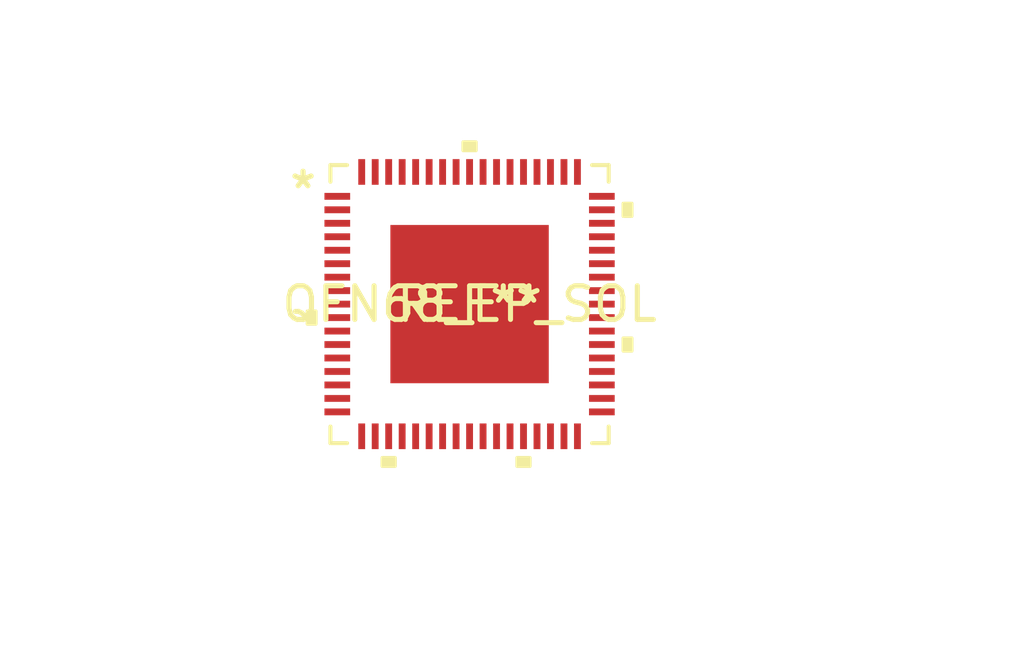
<source format=kicad_pcb>
(kicad_pcb (version 20211014) (generator pcbnew)
  (layers (0 "F.Cu" signal) (31 "B.Cu" signal) (34 "B.Paste" user) (35 "F.Paste" user) (36 "B.SilkS" user "B.Silkscreen") (37 "F.SilkS" user "F.Silkscreen") (38 "B.Mask" user) (39 "F.Mask" user) (44 "Edge.Cuts" user))
  (net 0 "")
  (footprint "footprints:SSD2828QN4" (layer "F.Cu") (at 121.92 76.2)
    (fp_text reference "REF**" (at 0 0) (layer "F.SilkS"))
    (fp_text value "QFN68_EP_SOL" (at 0 0) (layer "F.SilkS"))
    (fp_text user "*" (at -4.9403 -3.4) (layer "F.SilkS"))
    (fp_text user "*" (at -4.9403 -3.4) (layer "F.SilkS"))
    (fp_line (start 4.1275 -3.634339) (end 4.1275 -4.1275) (layer "F.SilkS") (width 0.12))
    (fp_line (start -4.1275 4.1275) (end -3.634339 4.1275) (layer "F.SilkS") (width 0.12))
    (fp_line (start 4.1275 4.1275) (end 4.1275 3.634339) (layer "F.SilkS") (width 0.12))
    (fp_line (start -4.1275 3.634339) (end -4.1275 4.1275) (layer "F.SilkS") (width 0.12))
    (fp_line (start -4.1275 -4.1275) (end -4.1275 -3.634339) (layer "F.SilkS") (width 0.12))
    (fp_line (start 4.1275 -4.1275) (end 3.634339 -4.1275) (layer "F.SilkS") (width 0.12))
    (fp_line (start -3.634339 -4.1275) (end -4.1275 -4.1275) (layer "F.SilkS") (width 0.12))
    (fp_line (start 3.634339 4.1275) (end 4.1275 4.1275) (layer "F.SilkS") (width 0.12))
    (fp_poly (pts (xy 4.8133 1.0095) (xy 4.8133 1.3905) (xy 4.5593 1.3905) (xy 4.5593 1.0095)) (layer "F.SilkS") (width 0.1) (fill solid))
    (fp_poly (pts (xy 4.8133 -2.990499) (xy 4.8133 -2.609499) (xy 4.5593 -2.609499) (xy 4.5593 -2.990499)) (layer "F.SilkS") (width 0.1) (fill solid))
    (fp_poly (pts (xy 1.409499 4.5593) (xy 1.409499 4.8133) (xy 1.790499 4.8133) (xy 1.790499 4.5593)) (layer "F.SilkS") (width 0.1) (fill solid))
    (fp_poly (pts (xy -2.5905 4.5593) (xy -2.5905 4.8133) (xy -2.2095 4.8133) (xy -2.2095 4.5593)) (layer "F.SilkS") (width 0.1) (fill solid))
    (fp_poly (pts (xy -0.1905 -4.5593) (xy -0.1905 -4.8133) (xy 0.1905 -4.8133) (xy 0.1905 -4.5593)) (layer "F.SilkS") (width 0.1) (fill solid))
    (fp_poly (pts (xy -4.8133 0.209499) (xy -4.8133 0.590499) (xy -4.5593 0.590499) (xy -4.5593 0.209499)) (layer "F.SilkS") (width 0.1) (fill solid))
    (pad "1" smd rect locked (at -3.9243 -3.199999 90) (size 0.2032 0.762) (layers "F.Cu" "F.Paste" "F.Mask"))
    (pad "2" smd rect locked (at -3.9243 -2.799999 90) (size 0.2032 0.762) (layers "F.Cu" "F.Paste" "F.Mask"))
    (pad "3" smd rect locked (at -3.9243 -2.4 90) (size 0.2032 0.762) (layers "F.Cu" "F.Paste" "F.Mask"))
    (pad "4" smd rect locked (at -3.9243 -2.000001 90) (size 0.2032 0.762) (layers "F.Cu" "F.Paste" "F.Mask"))
    (pad "5" smd rect locked (at -3.9243 -1.599999 90) (size 0.2032 0.762) (layers "F.Cu" "F.Paste" "F.Mask"))
    (pad "6" smd rect locked (at -3.9243 -1.2 90) (size 0.2032 0.762) (layers "F.Cu" "F.Paste" "F.Mask"))
    (pad "7" smd rect locked (at -3.9243 -0.800001 90) (size 0.2032 0.762) (layers "F.Cu" "F.Paste" "F.Mask"))
    (pad "8" smd rect locked (at -3.9243 -0.399999 90) (size 0.2032 0.762) (layers "F.Cu" "F.Paste" "F.Mask"))
    (pad "9" smd rect locked (at -3.9243 0 90) (size 0.2032 0.762) (layers "F.Cu" "F.Paste" "F.Mask"))
    (pad "10" smd rect locked (at -3.9243 0.399999 90) (size 0.2032 0.762) (layers "F.Cu" "F.Paste" "F.Mask"))
    (pad "11" smd rect locked (at -3.9243 0.800001 90) (size 0.2032 0.762) (layers "F.Cu" "F.Paste" "F.Mask"))
    (pad "12" smd rect locked (at -3.9243 1.2 90) (size 0.2032 0.762) (layers "F.Cu" "F.Paste" "F.Mask"))
    (pad "13" smd rect locked (at -3.9243 1.599999 90) (size 0.2032 0.762) (layers "F.Cu" "F.Paste" "F.Mask"))
    (pad "14" smd rect locked (at -3.9243 1.999999 90) (size 0.2032 0.762) (layers "F.Cu" "F.Paste" "F.Mask"))
    (pad "15" smd rect locked (at -3.9243 2.4 90) (size 0.2032 0.762) (layers "F.Cu" "F.Paste" "F.Mask"))
    (pad "16" smd rect locked (at -3.9243 2.799999 90) (size 0.2032 0.762) (layers "F.Cu" "F.Paste" "F.Mask"))
    (pad "17" smd rect locked (at -3.9243 3.199999 90) (size 0.2032 0.762) (layers "F.Cu" "F.Paste" "F.Mask"))
    (pad "18" smd rect locked (at -3.199999 3.9243) (size 0.2032 0.762) (layers "F.Cu" "F.Paste" "F.Mask"))
    (pad "19" smd rect locked (at -2.799999 3.9243) (size 0.2032 0.762) (layers "F.Cu" "F.Paste" "F.Mask"))
    (pad "20" smd rect locked (at -2.4 3.9243) (size 0.2032 0.762) (layers "F.Cu" "F.Paste" "F.Mask"))
    (pad "21" smd rect locked (at -1.999999 3.9243) (size 0.2032 0.762) (layers "F.Cu" "F.Paste" "F.Mask"))
    (pad "22" smd rect locked (at -1.599999 3.9243) (size 0.2032 0.762) (layers "F.Cu" "F.Paste" "F.Mask"))
    (pad "23" smd rect locked (at -1.2 3.9243) (size 0.2032 0.762) (layers "F.Cu" "F.Paste" "F.Mask"))
    (pad "24" smd rect locked (at -0.800001 3.9243) (size 0.2032 0.762) (layers "F.Cu" "F.Paste" "F.Mask"))
    (pad "25" smd rect locked (at -0.399999 3.9243) (size 0.2032 0.762) (layers "F.Cu" "F.Paste" "F.Mask"))
    (pad "26" smd rect locked (at 0 3.9243) (size 0.2032 0.762) (layers "F.Cu" "F.Paste" "F.Mask"))
    (pad "27" smd rect locked (at 0.399999 3.9243) (size 0.2032 0.762) (layers "F.Cu" "F.Paste" "F.Mask"))
    (pad "28" smd rect locked (at 0.800001 3.9243) (size 0.2032 0.762) (layers "F.Cu" "F.Paste" "F.Mask"))
    (pad "29" smd rect locked (at 1.2 3.9243) (size 0.2032 0.762) (layers "F.Cu" "F.Paste" "F.Mask"))
    (pad "30" smd rect locked (at 1.599999 3.9243) (size 0.2032 0.762) (layers "F.Cu" "F.Paste" "F.Mask"))
    (pad "31" smd rect locked (at 1.999999 3.9243) (size 0.2032 0.762) (layers "F.Cu" "F.Paste" "F.Mask"))
    (pad "32" smd rect locked (at 2.4 3.9243) (size 0.2032 0.762) (layers "F.Cu" "F.Paste" "F.Mask"))
    (pad "33" smd rect locked (at 2.799999 3.9243) (size 0.2032 0.762) (layers "F.Cu" "F.Paste" "F.Mask"))
    (pad "34" smd rect locked (at 3.199999 3.9243) (size 0.2032 0.762) (layers "F.Cu" "F.Paste" "F.Mask"))
    (pad "35" smd rect locked (at 3.9243 3.199999 90) (size 0.2032 0.762) (layers "F.Cu" "F.Paste" "F.Mask"))
    (pad "36" smd rect locked (at 3.9243 2.799999 90) (size 0.2032 0.762) (layers "F.Cu" "F.Paste" "F.Mask"))
    (pad "37" smd rect locked (at 3.9243 2.4 90) (size 0.2032 0.762) (layers "F.Cu" "F.Paste" "F.Mask"))
    (pad "38" smd rect locked (at 3.9243 1.999999 90) (size 0.2032 0.762) (layers "F.Cu" "F.Paste" "F.Mask"))
    (pad "39" smd rect locked (at 3.9243 1.599999 90) (size 0.2032 0.762) (layers "F.Cu" "F.Paste" "F.Mask"))
    (pad "40" smd rect locked (at 3.9243 1.2 90) (size 0.2032 0.762) (layers "F.Cu" "F.Paste" "F.Mask"))
    (pad "41" smd rect locked (at 3.9243 0.800001 90) (size 0.2032 0.762) (layers "F.Cu" "F.Paste" "F.Mask"))
    (pad "42" smd rect locked (at 3.9243 0.399999 90) (size 0.2032 0.762) (layers "F.Cu" "F.Paste" "F.Mask"))
    (pad "43" smd rect locked (at 3.9243 0 90) (size 0.2032 0.762) (layers "F.Cu" "F.Paste" "F.Mask"))
    (pad "44" smd rect locked (at 3.9243 -0.399999 90) (size 0.2032 0.762) (layers "F.Cu" "F.Paste" "F.Mask"))
    (pad "45" smd rect locked (at 3.9243 -0.800001 90) (size 0.2032 0.762) (layers "F.Cu" "F.Paste" "F.Mask"))
    (pad "46" smd rect locked (at 3.9243 -1.2 90) (size 0.2032 0.762) (layers "F.Cu" "F.Paste" "F.Mask"))
    (pad "47" smd rect locked (at 3.9243 -1.599999 90) (size 0.2032 0.762) (layers "F.Cu" "F.Paste" "F.Mask"))
    (pad "48" smd rect locked (at 3.9243 -1.999999 90) (size 0.2032 0.762) (layers "F.Cu" "F.Paste" "F.Mask"))
    (pad "49" smd rect locked (at 3.9243 -2.4 90) (size 0.2032 0.762) (layers "F.Cu" "F.Paste" "F.Mask"))
    (pad "50" smd rect locked (at 3.9243 -2.799999 90) (size 0.2032 0.762) (layers "F.Cu" "F.Paste" "F.Mask"))
    (pad "51" smd rect locked (at 3.9243 -3.199999 90) (size 0.2032 0.762) (layers "F.Cu" "F.Paste" "F.Mask"))
    (pad "52" smd rect locked (at 3.199999 -3.9243) (size 0.2032 0.762) (layers "F.Cu" "F.Paste" "F.Mask"))
    (pad "53" smd rect locked (at 2.799999 -3.9243) (size 0.2032 0.762) (layers "F.Cu" "F.Paste" "F.Mask"))
    (pad "54" smd rect locked (at 2.4 -3.9243) (size 0.2032 0.762) (layers "F.Cu" "F.Paste" "F.Mask"))
    (pad "55" smd rect locked (at 1.999999 -3.9243) (size 0.2032 0.762) (layers "F.Cu" "F.Paste" "F.Mask"))
    (pad "56" smd rect locked (at 1.599999 -3.9243) (size 0.2032 0.762) (layers "F.Cu" "F.Paste" "F.Mask"))
    (pad "57" smd rect locked (at 1.2 -3.9243) (size 0.2032 0.762) (layers "F.Cu" "F.Paste" "F.Mask"))
    (pad "58" smd rect locked (at 0.800001 -3.9243) (size 0.2032 0.762) (layers "F.Cu" "F.Paste" "F.Mask"))
    (pad "59" smd rect locked (at 0.399999 -3.9243) (size 0.2032 0.762) (layers "F.Cu" "F.Paste" "F.Mask"))
    (pad "60" smd rect locked (at 0 -3.9243) (size 0.2032 0.762) (layers "F.Cu" "F.Paste" "F.Mask"))
    (pad "61" smd rect locked (at -0.399999 -3.9243) (size 0.2032 0.762) (layers "F.Cu" "F.Paste" "F.Mask"))
    (pad "62" smd rect locked (at -0.800001 -3.9243) (size 0.2032 0.762) (layers "F.Cu" "F.Paste" "F.Mask"))
    (pad "63" smd rect locked (at -1.2 -3.9243) (size 0.2032 0.762) (layers "F.Cu" "F.Paste" "F.Mask"))
    (pad "64" smd rect locked (at -1.599999 -3.9243) (size 0.2032 0.762) (layers "F.Cu" "F.Paste" "F.Mask"))
    (pad "65" smd rect locked (at -1.999999 -3.9243) (size 0.2032 0.762) (layers "F.Cu" "F.Paste" "F.Mask"))
    (pad "66" smd rect locked (at -2.4 -3.9243) (size 0.2032 0.762) (layers "F.Cu" "F.Paste" "F.Mask"))
    (pad "67" smd rect locked (at -2.799999 -3.9243) (size 0.2032 0.762) (layers "F.Cu" "F.Paste" "F.Mask"))
    (pad "68" smd rect locked (at -3.199999 -3.9243) (size 0.2032 0.762) (layers "F.Cu" "F.Paste" "F.Mask"))
    (pad "69" smd rect locked (at 0 0) (size 4.699 4.699) (layers "F.Cu" "F.Mask"))
  )
)
</source>
